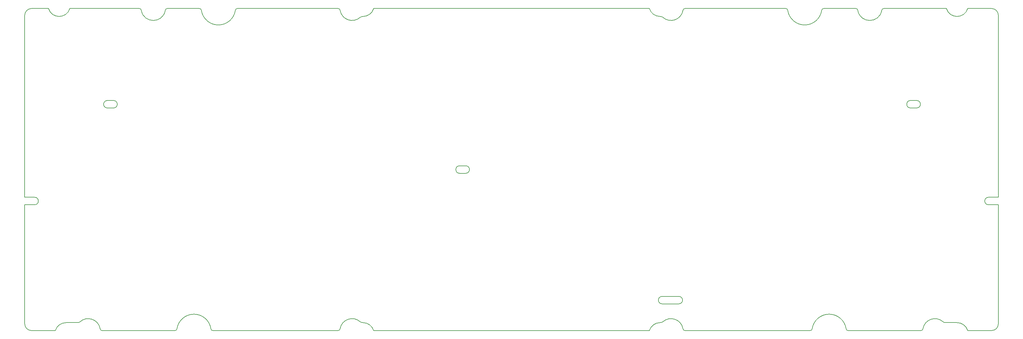
<source format=gbr>
%TF.GenerationSoftware,KiCad,Pcbnew,8.0.6*%
%TF.CreationDate,2024-11-22T07:16:37+07:00*%
%TF.ProjectId,Heart HE 60,48656172-7420-4484-9520-36302e6b6963,rev?*%
%TF.SameCoordinates,Original*%
%TF.FileFunction,Profile,NP*%
%FSLAX46Y46*%
G04 Gerber Fmt 4.6, Leading zero omitted, Abs format (unit mm)*
G04 Created by KiCad (PCBNEW 8.0.6) date 2024-11-22 07:16:37*
%MOMM*%
%LPD*%
G01*
G04 APERTURE LIST*
%TA.AperFunction,Profile*%
%ADD10C,0.200000*%
%TD*%
G04 APERTURE END LIST*
D10*
X82654001Y8999999D02*
G75*
G02*
X83224999Y8429000I-901J-571899D01*
G01*
X82654001Y8999999D02*
X53155000Y8999999D01*
X224033998Y8429000D02*
G75*
G02*
X214115998Y8429000I-4959000J770499D01*
G01*
X272807001Y-48399998D02*
G75*
G02*
X272807001Y-46200002I-1J1099998D01*
G01*
X4191003Y8999999D02*
G75*
G02*
X-2041005Y8999999I-3116004J925561D01*
G01*
X119962483Y-37000037D02*
X118162486Y-37000037D01*
X273700006Y8999999D02*
X266741006Y8999999D01*
X-6107001Y-46200001D02*
G75*
G02*
X-6107001Y-48399999I-19J-1099999D01*
G01*
X260168001Y-82874997D02*
X263624994Y-82874997D01*
X118162486Y-39200038D02*
G75*
G02*
X118162486Y-36999962I14J1100038D01*
G01*
X34965997Y-85200001D02*
X13622003Y-85200001D01*
X272807001Y-46200001D02*
X275700006Y-46200001D01*
X-9000006Y-46200001D02*
X-6107001Y-46200001D01*
X32100999Y8429000D02*
G75*
G02*
X25100999Y8429000I-3500000J626657D01*
G01*
X250012487Y-20100038D02*
G75*
G02*
X250012486Y-17899962I13J1100038D01*
G01*
X16962483Y-17900037D02*
X15162487Y-17900037D01*
X83225000Y-84629002D02*
G75*
G02*
X89169996Y-82675004I3499600J-626698D01*
G01*
X275700006Y-46200001D02*
X275700006Y7000000D01*
X89135000Y6441000D02*
G75*
G02*
X89698999Y6674973I565500J-566400D01*
G01*
X42095003Y8999999D02*
X32671999Y8999999D01*
X182262479Y-75190728D02*
G75*
G02*
X182262479Y-77390672I21J-1099972D01*
G01*
X260168001Y-82874997D02*
G75*
G02*
X259522012Y-82607984I-2701J908397D01*
G01*
X177393890Y-75190728D02*
X182262479Y-75190728D01*
X35521997Y-84644002D02*
G75*
G02*
X45439997Y-84644002I4959000J-771681D01*
G01*
X273700006Y8999999D02*
G75*
G02*
X275699999Y7000000I-706J-2000699D01*
G01*
X173658998Y-85200001D02*
X93041002Y-85200001D01*
X275700006Y-48399998D02*
X272807001Y-48399998D01*
X13622003Y-85200001D02*
G75*
G02*
X13050999Y-84629002I-803J570201D01*
G01*
X234028001Y8999999D02*
X224604997Y8999999D01*
X-7000006Y-85200001D02*
X-41006Y-85200001D01*
X177531999Y-82673001D02*
G75*
G02*
X183475024Y-84628998I2443201J-2583199D01*
G01*
X15162487Y-20100038D02*
X16962483Y-20100038D01*
X177029001Y6675000D02*
G75*
G02*
X177541991Y6461990I-2401J-730000D01*
G01*
X24530000Y8999999D02*
G75*
G02*
X25100999Y8429000I-900J-571899D01*
G01*
X251812483Y-17900037D02*
X250012486Y-17900037D01*
X251812483Y-17900037D02*
G75*
G02*
X251812483Y-20099963I17J-1099963D01*
G01*
X-7000006Y-85200001D02*
G75*
G02*
X-9000001Y-83200001I-994J1999001D01*
G01*
X221260004Y-84644002D02*
G75*
G02*
X231178004Y-84644002I4959000J-771681D01*
G01*
X-2041006Y8999999D02*
X-7000006Y8999999D01*
X52584001Y8429000D02*
G75*
G02*
X53155000Y8999999I571899J-900D01*
G01*
X173658998Y-85200001D02*
G75*
G02*
X176774999Y-82875023I3117502J-927599D01*
G01*
X-9000006Y7000000D02*
G75*
G02*
X-7000006Y8999996I2000716J-720D01*
G01*
X-41006Y-85200001D02*
G75*
G02*
X3075006Y-82874995I3117546J-927619D01*
G01*
X183475000Y8429000D02*
G75*
G02*
X177541970Y6461967I-3500100J625900D01*
G01*
X7084001Y-82694997D02*
G75*
G02*
X13050996Y-84629002I2466469J-2562193D01*
G01*
X89925001Y6675000D02*
X89698999Y6675000D01*
X93041002Y8999999D02*
G75*
G02*
X89925001Y6674987I-3115002J924201D01*
G01*
X184045999Y8999999D02*
X213545000Y8999999D01*
X89135000Y6441000D02*
G75*
G02*
X83225001Y8429000I-2410200J2613600D01*
G01*
X-9000006Y-48399998D02*
X-9000006Y-83200001D01*
X220703996Y-85200001D02*
X184045999Y-85200001D01*
X224033998Y8429000D02*
G75*
G02*
X224604997Y9000002I571902J-900D01*
G01*
X32100999Y8429000D02*
G75*
G02*
X32671999Y9000001I571901J-900D01*
G01*
X118162486Y-39200038D02*
X119962483Y-39200038D01*
X3075006Y-82874997D02*
X6650003Y-82874997D01*
X253649004Y-84629002D02*
G75*
G02*
X259522000Y-82607995I3500096J-627298D01*
G01*
X177531999Y-82673001D02*
G75*
G02*
X177043001Y-82875035I-487899J488101D01*
G01*
X89925001Y-82874997D02*
G75*
G02*
X93040959Y-85200014I-1501J-3252503D01*
G01*
X35521997Y-84644002D02*
G75*
G02*
X34965997Y-85199997I-556497J502D01*
G01*
X42095003Y8999999D02*
G75*
G02*
X42665999Y8429000I-903J-571899D01*
G01*
X-6107001Y-48399998D02*
X-9000006Y-48399998D01*
X-9000006Y7000000D02*
X-9000006Y-46200001D01*
X15162487Y-20100038D02*
G75*
G02*
X15162487Y-17900042I-37J1099998D01*
G01*
X221260004Y-84644002D02*
G75*
G02*
X220703996Y-85200004I-556504J502D01*
G01*
X231734003Y-85200001D02*
X253077997Y-85200001D01*
X234028001Y8999999D02*
G75*
G02*
X234598999Y8429000I-901J-571899D01*
G01*
X241599001Y8429000D02*
G75*
G02*
X234599001Y8429000I-3500000J626657D01*
G01*
X275700006Y-83200001D02*
X275700006Y-48399998D01*
X45996004Y-85200001D02*
G75*
G02*
X45439999Y-84644002I496J556501D01*
G01*
X176774999Y6675000D02*
G75*
G02*
X173659034Y9000010I-899J3249300D01*
G01*
X177029001Y6675000D02*
X176774999Y6675000D01*
X177393890Y-77390729D02*
G75*
G02*
X177393890Y-75190671I10J1100029D01*
G01*
X250012487Y-20100038D02*
X251812483Y-20100038D01*
X24530000Y8999999D02*
X4191003Y8999999D01*
X253649004Y-84629002D02*
G75*
G02*
X253077997Y-85200004I-570204J-798D01*
G01*
X52584001Y8429000D02*
G75*
G02*
X42666001Y8429000I-4959000J770499D01*
G01*
X183475000Y8429000D02*
G75*
G02*
X184045999Y9000000I571900J-900D01*
G01*
X16962483Y-17900037D02*
G75*
G02*
X16962483Y-20100043I-33J-1100003D01*
G01*
X260508997Y8999999D02*
X242170000Y8999999D01*
X213545000Y8999999D02*
G75*
G02*
X214115999Y8429000I-900J-571899D01*
G01*
X119962483Y-37000037D02*
G75*
G02*
X119962483Y-39199963I17J-1099963D01*
G01*
X231734003Y-85200001D02*
G75*
G02*
X231177999Y-84644002I497J556501D01*
G01*
X184045999Y-85200001D02*
G75*
G02*
X183474999Y-84629002I-799J570201D01*
G01*
X173658998Y8999999D02*
X93041002Y8999999D01*
X7084001Y-82694997D02*
G75*
G02*
X6650003Y-82874978I-430401J424597D01*
G01*
X82654001Y-85200001D02*
X45996004Y-85200001D01*
X89655000Y-82874997D02*
X89925001Y-82874997D01*
X275700006Y-83200001D02*
G75*
G02*
X273700006Y-85200006I-1999006J-999D01*
G01*
X266741006Y-85200001D02*
X273700006Y-85200001D01*
X176774999Y-82874997D02*
X177043001Y-82874997D01*
X266741006Y8999999D02*
G75*
G02*
X260508998Y8999999I-3116004J925562D01*
G01*
X182262479Y-77390729D02*
X177393890Y-77390729D01*
X89655000Y-82874997D02*
G75*
G02*
X89170023Y-82674977I800J689897D01*
G01*
X241599001Y8429000D02*
G75*
G02*
X242170000Y8999999I571899J-900D01*
G01*
X83225000Y-84629002D02*
G75*
G02*
X82654001Y-85200000I-570200J-798D01*
G01*
X263624994Y-82874997D02*
G75*
G02*
X266741004Y-85200002I-1594J-3252703D01*
G01*
M02*

</source>
